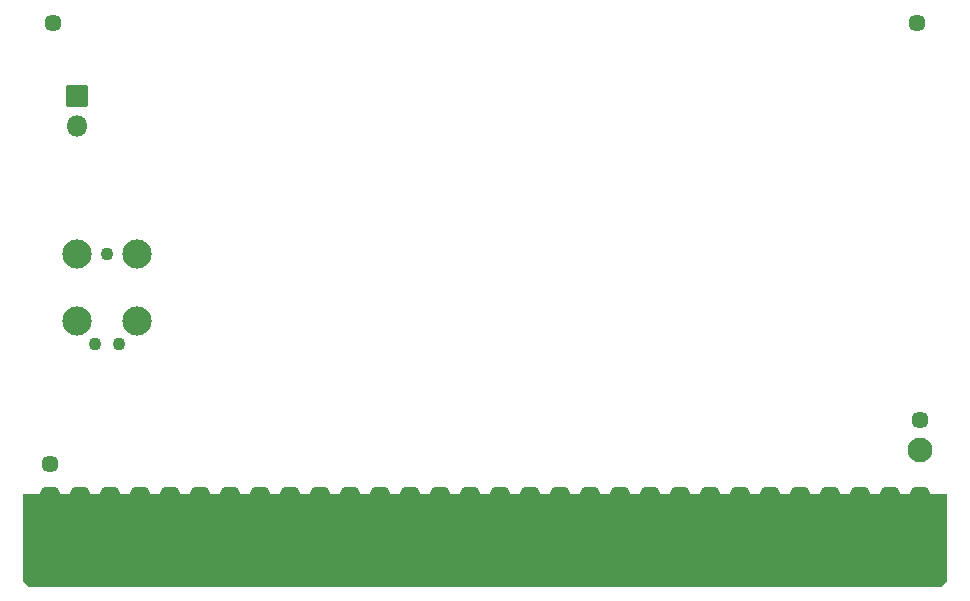
<source format=gbs>
G04 #@! TF.GenerationSoftware,KiCad,Pcbnew,7.0.1-0*
G04 #@! TF.CreationDate,2023-09-21T07:21:14-04:00*
G04 #@! TF.ProjectId,RAM2E,52414d32-452e-46b6-9963-61645f706362,2.0*
G04 #@! TF.SameCoordinates,Original*
G04 #@! TF.FileFunction,Soldermask,Bot*
G04 #@! TF.FilePolarity,Negative*
%FSLAX46Y46*%
G04 Gerber Fmt 4.6, Leading zero omitted, Abs format (unit mm)*
G04 Created by KiCad (PCBNEW 7.0.1-0) date 2023-09-21 07:21:14*
%MOMM*%
%LPD*%
G01*
G04 APERTURE LIST*
G04 Aperture macros list*
%AMRoundRect*
0 Rectangle with rounded corners*
0 $1 Rounding radius*
0 $2 $3 $4 $5 $6 $7 $8 $9 X,Y pos of 4 corners*
0 Add a 4 corners polygon primitive as box body*
4,1,4,$2,$3,$4,$5,$6,$7,$8,$9,$2,$3,0*
0 Add four circle primitives for the rounded corners*
1,1,$1+$1,$2,$3*
1,1,$1+$1,$4,$5*
1,1,$1+$1,$6,$7*
1,1,$1+$1,$8,$9*
0 Add four rect primitives between the rounded corners*
20,1,$1+$1,$2,$3,$4,$5,0*
20,1,$1+$1,$4,$5,$6,$7,0*
20,1,$1+$1,$6,$7,$8,$9,0*
20,1,$1+$1,$8,$9,$2,$3,0*%
G04 Aperture macros list end*
%ADD10C,0.000000*%
%ADD11RoundRect,0.431000X0.381000X3.289000X-0.381000X3.289000X-0.381000X-3.289000X0.381000X-3.289000X0*%
%ADD12C,2.100000*%
%ADD13C,2.474900*%
%ADD14C,1.090600*%
%ADD15C,1.448000*%
%ADD16RoundRect,0.050000X-0.850000X-0.850000X0.850000X-0.850000X0.850000X0.850000X-0.850000X0.850000X0*%
%ADD17O,1.800000X1.800000*%
G04 APERTURE END LIST*
D10*
G36*
X276606000Y-139446000D02*
G01*
X276098000Y-139954000D01*
X198882000Y-139954000D01*
X198374000Y-139446000D01*
X198374000Y-132080000D01*
X276606000Y-132080000D01*
X276606000Y-139446000D01*
G37*
D11*
X274320000Y-135282000D03*
X271780000Y-135282000D03*
X269240000Y-135282000D03*
X266700000Y-135282000D03*
X264160000Y-135282000D03*
X261620000Y-135282000D03*
X259080000Y-135282000D03*
X256540000Y-135282000D03*
X254000000Y-135282000D03*
X251460000Y-135282000D03*
X248920000Y-135282000D03*
X246380000Y-135282000D03*
X243840000Y-135282000D03*
X241300000Y-135282000D03*
X238760000Y-135282000D03*
X236220000Y-135282000D03*
X233680000Y-135282000D03*
X231140000Y-135282000D03*
X228600000Y-135282000D03*
X226060000Y-135282000D03*
X223520000Y-135282000D03*
X220980000Y-135282000D03*
X218440000Y-135282000D03*
X215900000Y-135282000D03*
X213360000Y-135282000D03*
X210820000Y-135282000D03*
X208280000Y-135282000D03*
X205740000Y-135282000D03*
X203200000Y-135282000D03*
X200660000Y-135282000D03*
D12*
X274320000Y-128397000D03*
D13*
X208026000Y-111760000D03*
D14*
X205486000Y-111760000D03*
D13*
X202946000Y-111760000D03*
X208026000Y-117475000D03*
X202946000Y-117475000D03*
D14*
X206502000Y-119380000D03*
X204470000Y-119380000D03*
D15*
X200660000Y-129540000D03*
X200914000Y-92202000D03*
X274066000Y-92202000D03*
X274320000Y-125857000D03*
D16*
X202946000Y-98425000D03*
D17*
X202946000Y-100965000D03*
M02*

</source>
